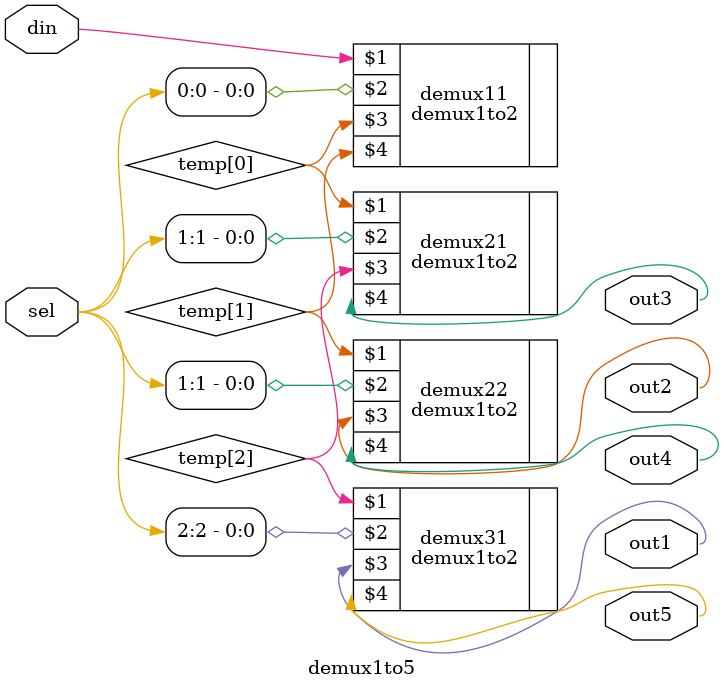
<source format=v>

module demux1to5 (din, sel, out1, out2, out3, out4, out5);

input din;
input [2:0] sel;
output out1, out2, out3, out4, out5;

/*
   sel   din
   000   out1
   001   out2
   010   out3
   011   out4
   100   out5
*/

wire temp [2:0];

demux1to2 demux11(din, sel[0], temp[0], temp[1]);
demux1to2 demux21(temp[0], sel[1], temp[2], out3);
demux1to2 demux22(temp[1], sel[1], out2, out4);
demux1to2 demux31(temp[2], sel[2], out1, out5);

endmodule
</source>
